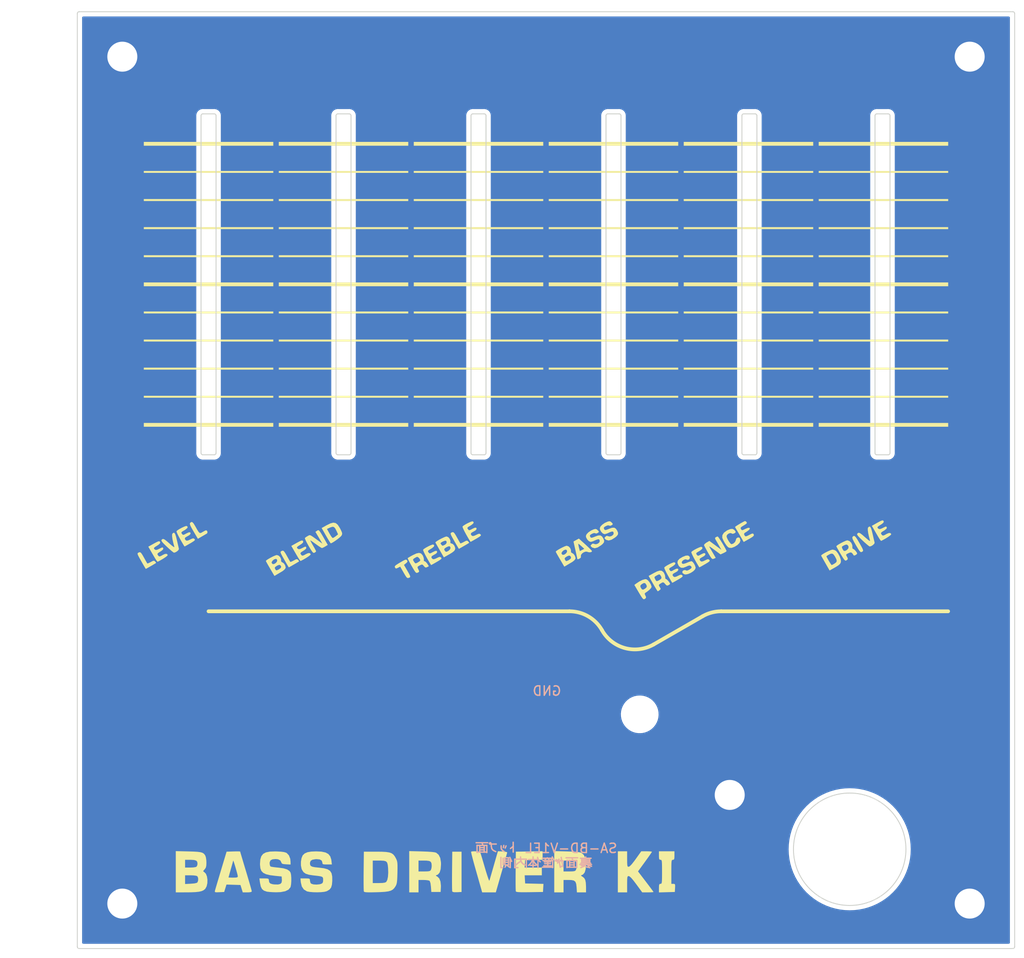
<source format=kicad_pcb>
(kicad_pcb (version 20211014) (generator pcbnew)
  (layers (0 "F.Cu" signal) (31 "B.Cu" signal) (34 "B.Paste" user) (35 "F.Paste" user) (36 "B.SilkS" user "B.Silkscreen") (37 "F.SilkS" user "F.Silkscreen") (38 "B.Mask" user) (39 "F.Mask" user) (44 "Edge.Cuts" user))
  (net 0 "")
  (net 1 "GND")
  (footprint "myFoot:my_Hole_1.0mm" (layer "F.Cu") (at 10 -25)
    (fp_text reference "*" hide)
    (fp_text value "my_Hole_1.0mm" hide)
    (pad "" np_thru_hole circle locked (at 0 0) (size 3 3) (drill 3) (layers F&B.Cu *.Mask))
  )
  (footprint "MountingHole:MountingHole_3.2mm_M3_ISO14580_Pad_TopOnly" (layer "F.Cu") (at -45.2 -4.8)
    (fp_text reference "*" hide)
    (fp_text value "m" hide)
    (pad "1" connect circle locked (at 0 0) (size 5 5) (layers "F.Cu" "F.Mask") (net 1 "GND"))
    (pad "1" thru_hole circle locked (at 0 0) (size 3.6 3.6) (drill 3.2) (layers *.Cu *.Mask) (net 1 "GND"))
  )
  (footprint "MountingHole:MountingHole_3.2mm_M3_ISO14580_Pad_TopOnly" (layer "F.Cu") (at 19.6 -16.4)
    (fp_text reference "*" hide)
    (fp_text value "m" hide)
    (pad "1" connect circle locked (at 0 0) (size 5 5) (layers "F.Cu" "F.Mask") (net 1 "GND"))
    (pad "1" thru_hole circle locked (at 0 0) (size 3.6 3.6) (drill 3.2) (layers *.Cu *.Mask) (net 1 "GND"))
  )
  (footprint "MountingHole:MountingHole_3.2mm_M3_ISO14580_Pad_TopOnly" (layer "F.Cu") (at 45.2 -95.2)
    (fp_text reference "*" hide)
    (fp_text value "m" hide)
    (pad "1" thru_hole circle locked (at 0 0) (size 3.6 3.6) (drill 3.2) (layers *.Cu *.Mask) (net 1 "GND"))
    (pad "1" connect circle locked (at 0 0) (size 5 5) (layers "F.Cu" "F.Mask") (net 1 "GND"))
  )
  (footprint "MountingHole:MountingHole_3.2mm_M3_ISO14580_Pad_TopOnly" (layer "F.Cu") (at 45.2 -4.8)
    (fp_text reference "*" hide)
    (fp_text value "m" hide)
    (pad "1" thru_hole circle locked (at 0 0) (size 3.6 3.6) (drill 3.2) (layers *.Cu *.Mask) (net 1 "GND"))
    (pad "1" connect circle locked (at 0 0) (size 5 5) (layers "F.Cu" "F.Mask") (net 1 "GND"))
  )
  (footprint "myFoot:sansName" (layer "F.Cu") (at -0.2 -41.1)
    (fp_text reference "G***")
    (fp_text value "LOGO" hide)
  )
  (footprint "MountingHole:MountingHole_3.2mm_M3_ISO14580_Pad_TopOnly" (layer "F.Cu") (at -45.2 -95.2)
    (fp_text reference "*" hide)
    (fp_text value "m" hide)
    (pad "1" thru_hole circle locked (at 0 0) (size 3.6 3.6) (drill 3.2) (layers *.Cu *.Mask) (net 1 "GND"))
    (pad "1" connect circle locked (at 0 0) (size 5 5) (layers "F.Cu" "F.Mask") (net 1 "GND"))
  )
  (footprint "myFoot:sansLogo" (layer "F.Cu") (at 0.3 -12.7)
    (fp_text reference "G***" hide)
    (fp_text value "LOGO" hide)
  )
  (footprint "myFoot:my_pad_6-2mm" (layer "B.Cu") (at 0 -25 180)
    (fp_text reference "*" hide)
    (fp_text value "p" hide)
    (pad "1" smd oval locked (at 0 0 180) (size 10 3) (layers "B.Cu" "B.Mask") (net 1 "GND"))
  )
  (gr_rect (start -14.1 -59) (end -0.3 -58.8) (layer "F.SilkS") (width 0.01) (fill solid))
  (gr_rect (start 29.1 -77) (end 42.9 -76.8) (layer "F.SilkS") (width 0.01) (fill solid))
  (gr_rect (start 0.3 -74) (end 14.1 -73.8) (layer "F.SilkS") (width 0.01) (fill solid))
  (gr_rect (start -14.1 -83) (end -0.3 -82.8) (layer "F.SilkS") (width 0.01) (fill solid))
  (gr_line (start 2.5 -36) (end -36 -36) (layer "F.SilkS") (width 0.4))
  (gr_rect (start -14.1 -68) (end -0.3 -67.8) (layer "F.SilkS") (width 0.01) (fill solid))
  (gr_rect (start 29.1 -56.1) (end 42.9 -55.7) (layer "F.SilkS") (width 0.01) (fill solid))
  (gr_rect (start -42.9 -56.1) (end -29.1 -55.7) (layer "F.SilkS") (width 0.01) (fill solid))
  (gr_rect (start 29.1 -86.1) (end 42.9 -85.7) (layer "F.SilkS") (width 0.01) (fill solid))
  (gr_arc (start 2.5 -36) (mid 4.501749 -35.462351) (end 5.96649 -33.995858) (layer "F.SilkS") (width 0.4))
  (gr_rect (start -42.9 -65) (end -29.1 -64.8) (layer "F.SilkS") (width 0.01) (fill solid))
  (gr_rect (start 14.7 -86.1) (end 28.5 -85.7) (layer "F.SilkS") (width 0.01) (fill solid))
  (gr_rect (start 0.3 -77) (end 14.1 -76.8) (layer "F.SilkS") (width 0.01) (fill solid))
  (gr_rect (start 14.7 -65) (end 28.5 -64.8) (layer "F.SilkS") (width 0.01) (fill solid))
  (gr_rect (start 0.3 -59) (end 14.1 -58.8) (layer "F.SilkS") (width 0.01) (fill solid))
  (gr_rect (start -28.5 -71.1) (end -14.7 -70.7) (layer "F.SilkS") (width 0.01) (fill solid))
  (gr_rect (start -28.5 -77) (end -14.7 -76.8) (layer "F.SilkS") (width 0.01) (fill solid))
  (gr_rect (start -14.1 -86.1) (end -0.3 -85.7) (layer "F.SilkS") (width 0.01) (fill solid))
  (gr_rect (start 14.7 -80) (end 28.5 -79.8) (layer "F.SilkS") (width 0.01) (fill solid))
  (gr_rect (start 29.1 -80) (end 42.9 -79.8) (layer "F.SilkS") (width 0.01) (fill solid))
  (gr_arc (start 16.704142 -35.46649) (mid 17.66707 -35.864182) (end 18.7 -36) (layer "F.SilkS") (width 0.4))
  (gr_rect (start -42.9 -86.1) (end -29.1 -85.7) (layer "F.SilkS") (width 0.01) (fill solid))
  (gr_rect (start -28.5 -68) (end -14.7 -67.8) (layer "F.SilkS") (width 0.01) (fill solid))
  (gr_rect (start -42.9 -59) (end -29.1 -58.8) (layer "F.SilkS") (width 0.01) (fill solid))
  (gr_rect (start -14.1 -80) (end -0.3 -79.8) (layer "F.SilkS") (width 0.01) (fill solid))
  (gr_rect (start -42.9 -80) (end -29.1 -79.8) (layer "F.SilkS") (width 0.01) (fill solid))
  (gr_rect (start 0.3 -62) (end 14.1 -61.8) (layer "F.SilkS") (width 0.01) (fill solid))
  (gr_rect (start -42.9 -77) (end -29.1 -76.8) (layer "F.SilkS") (width 0.01) (fill solid))
  (gr_rect (start -42.9 -83) (end -29.1 -82.8) (layer "F.SilkS") (width 0.01) (fill solid))
  (gr_rect (start 0.3 -71.1) (end 14.1 -70.7) (layer "F.SilkS") (width 0.01) (fill solid))
  (gr_rect (start -28.5 -65) (end -14.7 -64.8) (layer "F.SilkS") (width 0.01) (fill solid))
  (gr_rect (start -28.5 -62) (end -14.7 -61.8) (layer "F.SilkS") (width 0.01) (fill solid))
  (gr_rect (start -14.1 -74) (end -0.3 -73.8) (layer "F.SilkS") (width 0.01) (fill solid))
  (gr_rect (start 0.3 -68) (end 14.1 -67.8) (layer "F.SilkS") (width 0.01) (fill solid))
  (gr_rect (start 0.3 -56.1) (end 14.1 -55.7) (layer "F.SilkS") (width 0.01) (fill solid))
  (gr_rect (start -42.9 -62) (end -29.1 -61.8) (layer "F.SilkS") (width 0.01) (fill solid))
  (gr_rect (start -14.1 -56.1) (end -0.3 -55.7) (layer "F.SilkS") (width 0.01) (fill solid))
  (gr_rect (start -14.1 -62) (end -0.3 -61.8) (layer "F.SilkS") (width 0.01) (fill solid))
  (gr_rect (start 29.1 -68) (end 42.9 -67.8) (layer "F.SilkS") (width 0.01) (fill solid))
  (gr_rect (start 29.1 -74) (end 42.9 -73.8) (layer "F.SilkS") (width 0.01) (fill solid))
  (gr_rect (start -14.1 -71.1) (end -0.3 -70.7) (layer "F.SilkS") (width 0.01) (fill solid))
  (gr_rect (start 0.3 -80) (end 14.1 -79.8) (layer "F.SilkS") (width 0.01) (fill solid))
  (gr_rect (start 14.7 -77) (end 28.5 -76.8) (layer "F.SilkS") (width 0.01) (fill solid))
  (gr_rect (start 14.7 -56.1) (end 28.5 -55.7) (layer "F.SilkS") (width 0.01) (fill solid))
  (gr_rect (start -28.5 -83) (end -14.7 -82.8) (layer "F.SilkS") (width 0.01) (fill solid))
  (gr_rect (start 0.3 -83) (end 14.1 -82.8) (layer "F.SilkS") (width 0.01) (fill solid))
  (gr_arc (start 11.485437 -32.462329) (mid 8.406398 -32.079023) (end 5.96649 -33.995858) (layer "F.SilkS") (width 0.4))
  (gr_rect (start 14.7 -71.1) (end 28.5 -70.7) (layer "F.SilkS") (width 0.01) (fill solid))
  (gr_rect (start 29.1 -62) (end 42.9 -61.8) (layer "F.SilkS") (width 0.01) (fill solid))
  (gr_rect (start 29.1 -59) (end 42.9 -58.8) (layer "F.SilkS") (width 0.01) (fill solid))
  (gr_rect (start -28.5 -74) (end -14.7 -73.8) (layer "F.SilkS") (width 0.01) (fill solid))
  (gr_rect (start 14.7 -62) (end 28.5 -61.8) (layer "F.SilkS") (width 0.01) (fill solid))
  (gr_rect (start -28.5 -80) (end -14.7 -79.8) (layer "F.SilkS") (width 0.01) (fill solid))
  (gr_rect (start 29.1 -65) (end 42.9 -64.8) (layer "F.SilkS") (width 0.01) (fill solid))
  (gr_rect (start -28.5 -56.1) (end -14.7 -55.7) (layer "F.SilkS") (width 0.01) (fill solid))
  (gr_rect (start 14.7 -83) (end 28.5 -82.8) (layer "F.SilkS") (width 0.01) (fill solid))
  (gr_rect (start -28.5 -86.1) (end -14.7 -85.7) (layer "F.SilkS") (width 0.01) (fill solid))
  (gr_rect (start -14.1 -77) (end -0.3 -76.8) (layer "F.SilkS") (width 0.01) (fill solid))
  (gr_rect (start -14.1 -65) (end -0.3 -64.8) (layer "F.SilkS") (width 0.01) (fill solid))
  (gr_rect (start 29.1 -71.1) (end 42.9 -70.7) (layer "F.SilkS") (width 0.01) (fill solid))
  (gr_rect (start -42.9 -68) (end -29.1 -67.8) (layer "F.SilkS") (width 0.01) (fill solid))
  (gr_line (start 11.485437 -32.462329) (end 16.704142 -35.46649) (layer "F.SilkS") (width 0.4))
  (gr_rect (start -42.9 -71.1) (end -29.1 -70.7) (layer "F.SilkS") (width 0.01) (fill solid))
  (gr_rect (start 14.7 -59) (end 28.5 -58.8) (layer "F.SilkS") (width 0.01) (fill solid))
  (gr_rect (start 0.3 -86.1) (end 14.1 -85.7) (layer "F.SilkS") (width 0.01) (fill solid))
  (gr_rect (start 29.1 -83) (end 42.9 -82.8) (layer "F.SilkS") (width 0.01) (fill solid))
  (gr_rect (start 14.7 -68) (end 28.5 -67.8) (layer "F.SilkS") (width 0.01) (fill solid))
  (gr_rect (start 14.7 -74) (end 28.5 -73.8) (layer "F.SilkS") (width 0.01) (fill solid))
  (gr_rect (start 0.3 -65) (end 14.1 -64.8) (layer "F.SilkS") (width 0.01) (fill solid))
  (gr_line (start 42.9 -36) (end 18.7 -36) (layer "F.SilkS") (width 0.4))
  (gr_rect (start -42.9 -74) (end -29.1 -73.8) (layer "F.SilkS") (width 0.01) (fill solid))
  (gr_rect (start -28.5 -59) (end -14.7 -58.8) (layer "F.SilkS") (width 0.01) (fill solid))
  (gr_arc (start -20.8 -52.9) (mid -20.858579 -52.758579) (end -21 -52.7) (layer "Edge.Cuts") (width 0.1))
  (gr_arc (start 6.4 -88.9) (mid 6.458579 -89.041421) (end 6.6 -89.1) (layer "Edge.Cuts") (width 0.1))
  (gr_line (start 21.1 -52.7) (end 22.3 -52.7) (layer "Edge.Cuts") (width 0.1))
  (gr_arc (start -35.4 -89.1) (mid -35.258579 -89.041421) (end -35.2 -88.9) (layer "Edge.Cuts") (width 0.1))
  (gr_arc (start -6.4 -52.9) (mid -6.458579 -52.758579) (end -6.6 -52.7) (layer "Edge.Cuts") (width 0.1))
  (gr_line (start 6.6 -52.7) (end 7.8 -52.7) (layer "Edge.Cuts") (width 0.1))
  (gr_line (start -50 -0.2) (end -50 -99.8) (layer "Edge.Cuts") (width 0.1))
  (gr_line (start 36.7 -88.9) (end 36.7 -52.9) (layer "Edge.Cuts") (width 0.1))
  (gr_line (start -36.6 -89.1) (end -35.4 -89.1) (layer "Edge.Cuts") (width 0.1))
  (gr_line (start 49.8 0) (end -49.8 0) (layer "Edge.Cuts") (width 0.1))
  (gr_arc (start -6.6 -89.1) (mid -6.458579 -89.041421) (end -6.4 -88.9) (layer "Edge.Cuts") (width 0.1))
  (gr_line (start -22.2 -52.7) (end -21 -52.7) (layer "Edge.Cuts") (width 0.1))
  (gr_circle (center 32.4 -10.6) (end 26.4 -10.6) (layer "Edge.Cuts") (width 0.1) (fill none))
  (gr_line (start 8 -88.9) (end 8 -52.9) (layer "Edge.Cuts") (width 0.1))
  (gr_line (start 35.3 -52.7) (end 36.5 -52.7) (layer "Edge.Cuts") (width 0.1))
  (gr_line (start -36.6 -52.7) (end -35.4 -52.7) (layer "Edge.Cuts") (width 0.1))
  (gr_line (start -7.8 -89.1) (end -6.6 -89.1) (layer "Edge.Cuts") (width 0.1))
  (gr_line (start -8 -52.9) (end -8 -88.9) (layer "Edge.Cuts") (width 0.1))
  (gr_line (start -22.4 -52.9) (end -22.4 -88.9) (layer "Edge.Cuts") (width 0.1))
  (gr_line (start 6.4 -52.9) (end 6.4 -88.9) (layer "Edge.Cuts") (width 0.1))
  (gr_arc (start 20.9 -88.9) (mid 20.958579 -89.041421) (end 21.1 -89.1) (layer "Edge.Cuts") (width 0.1))
  (gr_line (start -49.8 -100) (end 49.8 -100) (layer "Edge.Cuts") (width 0.1))
  (gr_arc (start 35.1 -88.9) (mid 35.158579 -89.041421) (end 35.3 -89.1) (layer "Edge.Cuts") (width 0.1))
  (gr_line (start 35.3 -89.1) (end 36.5 -89.1) (layer "Edge.Cuts") (width 0.1))
  (gr_line (start -22.2 -89.1) (end -21 -89.1) (layer "Edge.Cuts") (width 0.1))
  (gr_arc (start -22.4 -88.9) (mid -22.341421 -89.041421) (end -22.2 -89.1) (layer "Edge.Cuts") (width 0.1))
  (gr_arc (start 36.5 -89.1) (mid 36.641421 -89.041421) (end 36.7 -88.9) (layer "Edge.Cuts") (width 0.1))
  (gr_arc (start 22.5 -52.9) (mid 22.441421 -52.758579) (end 22.3 -52.7) (layer "Edge.Cuts") (width 0.1))
  (gr_arc (start 36.7 -52.9) (mid 36.641421 -52.758579) (end 36.5 -52.7) (layer "Edge.Cuts") (width 0.1))
  (gr_arc (start 22.3 -89.1) (mid 22.441421 -89.041421) (end 22.5 -88.9) (layer "Edge.Cuts") (width 0.1))
  (gr_arc (start -8 -88.9) (mid -7.941421 -89.041421) (end -7.8 -89.1) (layer "Edge.Cuts") (width 0.1))
  (gr_line (start 6.6 -89.1) (end 7.8 -89.1) (layer "Edge.Cuts") (width 0.1))
  (gr_line (start -20.8 -88.9) (end -20.8 -52.9) (layer "Edge.Cuts") (width 0.1))
  (gr_line (start 35.1 -52.9) (end 35.1 -88.9) (layer "Edge.Cuts") (width 0.1))
  (gr_line (start -7.8 -52.7) (end -6.6 -52.7) (layer "Edge.Cuts") (width 0.1))
  (gr_arc (start 7.8 -89.1) (mid 7.941421 -89.041421) (end 8 -88.9) (layer "Edge.Cuts") (width 0.1))
  (gr_arc (start -35.2 -52.9) (mid -35.258579 -52.758579) (end -35.4 -52.7) (layer "Edge.Cuts") (width 0.1))
  (gr_arc (start 35.3 -52.7) (mid 35.158579 -52.758579) (end 35.1 -52.9) (layer "Edge.Cuts") (width 0.1))
  (gr_arc (start -7.8 -52.7) (mid -7.941421 -52.758579) (end -8 -52.9) (layer "Edge.Cuts") (width 0.1))
  (gr_line (start 50 -99.8) (end 50 -0.2) (layer "Edge.Cuts") (width 0.1))
  (gr_arc (start 8 -52.9) (mid 7.941421 -52.758579) (end 7.8 -52.7) (layer "Edge.Cuts") (width 0.1))
  (gr_arc (start -36.8 -88.9) (mid -36.741421 -89.041421) (end -36.6 -89.1) (layer "Edge.Cuts") (width 0.1))
  (gr_line (start -6.4 -88.9) (end -6.4 -52.9) (layer "Edge.Cuts") (width 0.1))
  (gr_arc (start -49.8 0) (mid -49.941421 -0.058579) (end -50 -0.2) (layer "Edge.Cuts") (width 0.1))
  (gr_arc (start -36.6 -52.7) (mid -36.741421 -52.758579) (end -36.8 -52.9) (layer "Edge.Cuts") (width 0.1))
  (gr_arc (start -22.2 -52.7) (mid -22.341421 -52.758579) (end -22.4 -52.9) (layer "Edge.Cuts") (width 0.1))
  (gr_arc (start 6.6 -52.7) (mid 6.458579 -52.758579) (end 6.4 -52.9) (layer "Edge.Cuts") (width 0.1))
  (gr_arc (start -21 -89.1) (mid -20.858579 -89.041421) (end -20.8 -88.9) (layer "Edge.Cuts") (width 0.1))
  (gr_line (start 20.9 -52.9) (end 20.9 -88.9) (layer "Edge.Cuts") (width 0.1))
  (gr_arc (start -50 -99.8) (mid -49.941421 -99.941421) (end -49.8 -100) (layer "Edge.Cuts") (width 0.1))
  (gr_line (start -36.8 -52.9) (end -36.8 -88.9) (layer "Edge.Cuts") (width 0.1))
  (gr_line (start 21.1 -89.1) (end 22.3 -89.1) (layer "Edge.Cuts") (width 0.1))
  (gr_arc (start 50 -0.2) (mid 49.941421 -0.058579) (end 49.8 0) (layer "Edge.Cuts") (width 0.1))
  (gr_line (start 22.5 -88.9) (end 22.5 -52.9) (layer "Edge.Cuts") (width 0.1))
  (gr_arc (start 49.8 -100) (mid 49.941421 -99.941421) (end 50 -99.8) (layer "Edge.Cuts") (width 0.1))
  (gr_line (start -35.2 -88.9) (end -35.2 -52.9) (layer "Edge.Cuts") (width 0.1))
  (gr_arc (start 21.1 -52.7) (mid 20.958579 -52.758579) (end 20.9 -52.9) (layer "Edge.Cuts") (width 0.1))
  (gr_text "GND" (at 0.1 -27.5) (layer "B.SilkS") (effects (font (size 1 1)) (justify mirror)))
  (gr_text "SA-BD-V1EL トップ面\n裏面が筐体内側" (at 0 -9.9) (layer "B.SilkS") (effects (font (size 1 1)) (justify mirror)))
  (zone (net 1) (net_name "GND") (layer "B.Cu") (connect_pads yes (clearance 0.508)) (min_thickness 0.254) (fill yes (thermal_gap 0.508) (thermal_bridge_width 0.508))
    (polygon (pts (xy 51 1) (xy -51 1) (xy -51 -101) (xy 51 -101)))
  )
)
</source>
